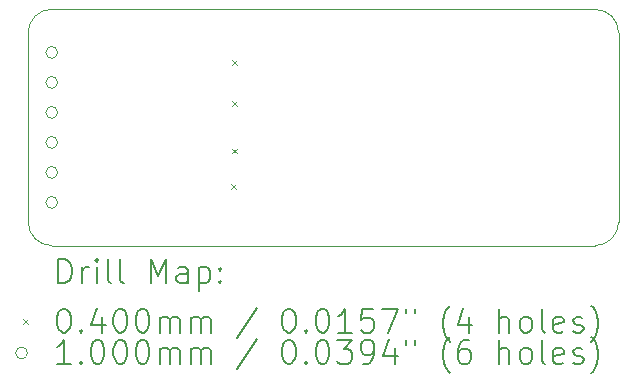
<source format=gbr>
%TF.GenerationSoftware,KiCad,Pcbnew,7.0.7*%
%TF.CreationDate,2023-09-05T11:40:54+02:00*%
%TF.ProjectId,tle5010-11_pcb,746c6535-3031-4302-9d31-315f7063622e,rev?*%
%TF.SameCoordinates,Original*%
%TF.FileFunction,Drillmap*%
%TF.FilePolarity,Positive*%
%FSLAX45Y45*%
G04 Gerber Fmt 4.5, Leading zero omitted, Abs format (unit mm)*
G04 Created by KiCad (PCBNEW 7.0.7) date 2023-09-05 11:40:54*
%MOMM*%
%LPD*%
G01*
G04 APERTURE LIST*
%ADD10C,0.100000*%
%ADD11C,0.200000*%
%ADD12C,0.040000*%
G04 APERTURE END LIST*
D10*
X3000000Y-3800000D02*
G75*
G03*
X3200000Y-4000000I200000J0D01*
G01*
X8000000Y-3800000D02*
X8000000Y-2200000D01*
X3200000Y-2000000D02*
G75*
G03*
X3000000Y-2200000I0J-200000D01*
G01*
X7800000Y-2000000D02*
X3200000Y-2000000D01*
X7800000Y-4000000D02*
G75*
G03*
X8000000Y-3800000I0J200000D01*
G01*
X8000000Y-2200000D02*
G75*
G03*
X7800000Y-2000000I-200000J0D01*
G01*
X3200000Y-4000000D02*
X7800000Y-4000000D01*
X3000000Y-2200000D02*
X3000000Y-3800000D01*
D11*
D12*
X4720000Y-3480000D02*
X4760000Y-3520000D01*
X4760000Y-3480000D02*
X4720000Y-3520000D01*
X4730000Y-2430000D02*
X4770000Y-2470000D01*
X4770000Y-2430000D02*
X4730000Y-2470000D01*
X4730000Y-2780000D02*
X4770000Y-2820000D01*
X4770000Y-2780000D02*
X4730000Y-2820000D01*
X4730000Y-3180000D02*
X4770000Y-3220000D01*
X4770000Y-3180000D02*
X4730000Y-3220000D01*
D10*
X3250000Y-2365000D02*
G75*
G03*
X3250000Y-2365000I-50000J0D01*
G01*
X3250000Y-2619000D02*
G75*
G03*
X3250000Y-2619000I-50000J0D01*
G01*
X3250000Y-2873000D02*
G75*
G03*
X3250000Y-2873000I-50000J0D01*
G01*
X3250000Y-3127000D02*
G75*
G03*
X3250000Y-3127000I-50000J0D01*
G01*
X3250000Y-3381000D02*
G75*
G03*
X3250000Y-3381000I-50000J0D01*
G01*
X3250000Y-3635000D02*
G75*
G03*
X3250000Y-3635000I-50000J0D01*
G01*
D11*
X3255777Y-4316484D02*
X3255777Y-4116484D01*
X3255777Y-4116484D02*
X3303396Y-4116484D01*
X3303396Y-4116484D02*
X3331967Y-4126008D01*
X3331967Y-4126008D02*
X3351015Y-4145055D01*
X3351015Y-4145055D02*
X3360539Y-4164103D01*
X3360539Y-4164103D02*
X3370062Y-4202198D01*
X3370062Y-4202198D02*
X3370062Y-4230770D01*
X3370062Y-4230770D02*
X3360539Y-4268865D01*
X3360539Y-4268865D02*
X3351015Y-4287912D01*
X3351015Y-4287912D02*
X3331967Y-4306960D01*
X3331967Y-4306960D02*
X3303396Y-4316484D01*
X3303396Y-4316484D02*
X3255777Y-4316484D01*
X3455777Y-4316484D02*
X3455777Y-4183150D01*
X3455777Y-4221246D02*
X3465301Y-4202198D01*
X3465301Y-4202198D02*
X3474824Y-4192674D01*
X3474824Y-4192674D02*
X3493872Y-4183150D01*
X3493872Y-4183150D02*
X3512920Y-4183150D01*
X3579586Y-4316484D02*
X3579586Y-4183150D01*
X3579586Y-4116484D02*
X3570062Y-4126008D01*
X3570062Y-4126008D02*
X3579586Y-4135531D01*
X3579586Y-4135531D02*
X3589110Y-4126008D01*
X3589110Y-4126008D02*
X3579586Y-4116484D01*
X3579586Y-4116484D02*
X3579586Y-4135531D01*
X3703396Y-4316484D02*
X3684348Y-4306960D01*
X3684348Y-4306960D02*
X3674824Y-4287912D01*
X3674824Y-4287912D02*
X3674824Y-4116484D01*
X3808158Y-4316484D02*
X3789110Y-4306960D01*
X3789110Y-4306960D02*
X3779586Y-4287912D01*
X3779586Y-4287912D02*
X3779586Y-4116484D01*
X4036729Y-4316484D02*
X4036729Y-4116484D01*
X4036729Y-4116484D02*
X4103396Y-4259341D01*
X4103396Y-4259341D02*
X4170062Y-4116484D01*
X4170062Y-4116484D02*
X4170062Y-4316484D01*
X4351015Y-4316484D02*
X4351015Y-4211722D01*
X4351015Y-4211722D02*
X4341491Y-4192674D01*
X4341491Y-4192674D02*
X4322444Y-4183150D01*
X4322444Y-4183150D02*
X4284348Y-4183150D01*
X4284348Y-4183150D02*
X4265301Y-4192674D01*
X4351015Y-4306960D02*
X4331967Y-4316484D01*
X4331967Y-4316484D02*
X4284348Y-4316484D01*
X4284348Y-4316484D02*
X4265301Y-4306960D01*
X4265301Y-4306960D02*
X4255777Y-4287912D01*
X4255777Y-4287912D02*
X4255777Y-4268865D01*
X4255777Y-4268865D02*
X4265301Y-4249817D01*
X4265301Y-4249817D02*
X4284348Y-4240293D01*
X4284348Y-4240293D02*
X4331967Y-4240293D01*
X4331967Y-4240293D02*
X4351015Y-4230770D01*
X4446253Y-4183150D02*
X4446253Y-4383150D01*
X4446253Y-4192674D02*
X4465301Y-4183150D01*
X4465301Y-4183150D02*
X4503396Y-4183150D01*
X4503396Y-4183150D02*
X4522444Y-4192674D01*
X4522444Y-4192674D02*
X4531967Y-4202198D01*
X4531967Y-4202198D02*
X4541491Y-4221246D01*
X4541491Y-4221246D02*
X4541491Y-4278389D01*
X4541491Y-4278389D02*
X4531967Y-4297436D01*
X4531967Y-4297436D02*
X4522444Y-4306960D01*
X4522444Y-4306960D02*
X4503396Y-4316484D01*
X4503396Y-4316484D02*
X4465301Y-4316484D01*
X4465301Y-4316484D02*
X4446253Y-4306960D01*
X4627205Y-4297436D02*
X4636729Y-4306960D01*
X4636729Y-4306960D02*
X4627205Y-4316484D01*
X4627205Y-4316484D02*
X4617682Y-4306960D01*
X4617682Y-4306960D02*
X4627205Y-4297436D01*
X4627205Y-4297436D02*
X4627205Y-4316484D01*
X4627205Y-4192674D02*
X4636729Y-4202198D01*
X4636729Y-4202198D02*
X4627205Y-4211722D01*
X4627205Y-4211722D02*
X4617682Y-4202198D01*
X4617682Y-4202198D02*
X4627205Y-4192674D01*
X4627205Y-4192674D02*
X4627205Y-4211722D01*
D12*
X2955000Y-4625000D02*
X2995000Y-4665000D01*
X2995000Y-4625000D02*
X2955000Y-4665000D01*
D11*
X3293872Y-4536484D02*
X3312920Y-4536484D01*
X3312920Y-4536484D02*
X3331967Y-4546008D01*
X3331967Y-4546008D02*
X3341491Y-4555531D01*
X3341491Y-4555531D02*
X3351015Y-4574579D01*
X3351015Y-4574579D02*
X3360539Y-4612674D01*
X3360539Y-4612674D02*
X3360539Y-4660293D01*
X3360539Y-4660293D02*
X3351015Y-4698389D01*
X3351015Y-4698389D02*
X3341491Y-4717436D01*
X3341491Y-4717436D02*
X3331967Y-4726960D01*
X3331967Y-4726960D02*
X3312920Y-4736484D01*
X3312920Y-4736484D02*
X3293872Y-4736484D01*
X3293872Y-4736484D02*
X3274824Y-4726960D01*
X3274824Y-4726960D02*
X3265301Y-4717436D01*
X3265301Y-4717436D02*
X3255777Y-4698389D01*
X3255777Y-4698389D02*
X3246253Y-4660293D01*
X3246253Y-4660293D02*
X3246253Y-4612674D01*
X3246253Y-4612674D02*
X3255777Y-4574579D01*
X3255777Y-4574579D02*
X3265301Y-4555531D01*
X3265301Y-4555531D02*
X3274824Y-4546008D01*
X3274824Y-4546008D02*
X3293872Y-4536484D01*
X3446253Y-4717436D02*
X3455777Y-4726960D01*
X3455777Y-4726960D02*
X3446253Y-4736484D01*
X3446253Y-4736484D02*
X3436729Y-4726960D01*
X3436729Y-4726960D02*
X3446253Y-4717436D01*
X3446253Y-4717436D02*
X3446253Y-4736484D01*
X3627205Y-4603150D02*
X3627205Y-4736484D01*
X3579586Y-4526960D02*
X3531967Y-4669817D01*
X3531967Y-4669817D02*
X3655777Y-4669817D01*
X3770062Y-4536484D02*
X3789110Y-4536484D01*
X3789110Y-4536484D02*
X3808158Y-4546008D01*
X3808158Y-4546008D02*
X3817682Y-4555531D01*
X3817682Y-4555531D02*
X3827205Y-4574579D01*
X3827205Y-4574579D02*
X3836729Y-4612674D01*
X3836729Y-4612674D02*
X3836729Y-4660293D01*
X3836729Y-4660293D02*
X3827205Y-4698389D01*
X3827205Y-4698389D02*
X3817682Y-4717436D01*
X3817682Y-4717436D02*
X3808158Y-4726960D01*
X3808158Y-4726960D02*
X3789110Y-4736484D01*
X3789110Y-4736484D02*
X3770062Y-4736484D01*
X3770062Y-4736484D02*
X3751015Y-4726960D01*
X3751015Y-4726960D02*
X3741491Y-4717436D01*
X3741491Y-4717436D02*
X3731967Y-4698389D01*
X3731967Y-4698389D02*
X3722443Y-4660293D01*
X3722443Y-4660293D02*
X3722443Y-4612674D01*
X3722443Y-4612674D02*
X3731967Y-4574579D01*
X3731967Y-4574579D02*
X3741491Y-4555531D01*
X3741491Y-4555531D02*
X3751015Y-4546008D01*
X3751015Y-4546008D02*
X3770062Y-4536484D01*
X3960539Y-4536484D02*
X3979586Y-4536484D01*
X3979586Y-4536484D02*
X3998634Y-4546008D01*
X3998634Y-4546008D02*
X4008158Y-4555531D01*
X4008158Y-4555531D02*
X4017682Y-4574579D01*
X4017682Y-4574579D02*
X4027205Y-4612674D01*
X4027205Y-4612674D02*
X4027205Y-4660293D01*
X4027205Y-4660293D02*
X4017682Y-4698389D01*
X4017682Y-4698389D02*
X4008158Y-4717436D01*
X4008158Y-4717436D02*
X3998634Y-4726960D01*
X3998634Y-4726960D02*
X3979586Y-4736484D01*
X3979586Y-4736484D02*
X3960539Y-4736484D01*
X3960539Y-4736484D02*
X3941491Y-4726960D01*
X3941491Y-4726960D02*
X3931967Y-4717436D01*
X3931967Y-4717436D02*
X3922443Y-4698389D01*
X3922443Y-4698389D02*
X3912920Y-4660293D01*
X3912920Y-4660293D02*
X3912920Y-4612674D01*
X3912920Y-4612674D02*
X3922443Y-4574579D01*
X3922443Y-4574579D02*
X3931967Y-4555531D01*
X3931967Y-4555531D02*
X3941491Y-4546008D01*
X3941491Y-4546008D02*
X3960539Y-4536484D01*
X4112920Y-4736484D02*
X4112920Y-4603150D01*
X4112920Y-4622198D02*
X4122443Y-4612674D01*
X4122443Y-4612674D02*
X4141491Y-4603150D01*
X4141491Y-4603150D02*
X4170063Y-4603150D01*
X4170063Y-4603150D02*
X4189110Y-4612674D01*
X4189110Y-4612674D02*
X4198634Y-4631722D01*
X4198634Y-4631722D02*
X4198634Y-4736484D01*
X4198634Y-4631722D02*
X4208158Y-4612674D01*
X4208158Y-4612674D02*
X4227205Y-4603150D01*
X4227205Y-4603150D02*
X4255777Y-4603150D01*
X4255777Y-4603150D02*
X4274825Y-4612674D01*
X4274825Y-4612674D02*
X4284348Y-4631722D01*
X4284348Y-4631722D02*
X4284348Y-4736484D01*
X4379586Y-4736484D02*
X4379586Y-4603150D01*
X4379586Y-4622198D02*
X4389110Y-4612674D01*
X4389110Y-4612674D02*
X4408158Y-4603150D01*
X4408158Y-4603150D02*
X4436729Y-4603150D01*
X4436729Y-4603150D02*
X4455777Y-4612674D01*
X4455777Y-4612674D02*
X4465301Y-4631722D01*
X4465301Y-4631722D02*
X4465301Y-4736484D01*
X4465301Y-4631722D02*
X4474825Y-4612674D01*
X4474825Y-4612674D02*
X4493872Y-4603150D01*
X4493872Y-4603150D02*
X4522444Y-4603150D01*
X4522444Y-4603150D02*
X4541491Y-4612674D01*
X4541491Y-4612674D02*
X4551015Y-4631722D01*
X4551015Y-4631722D02*
X4551015Y-4736484D01*
X4941491Y-4526960D02*
X4770063Y-4784103D01*
X5198634Y-4536484D02*
X5217682Y-4536484D01*
X5217682Y-4536484D02*
X5236729Y-4546008D01*
X5236729Y-4546008D02*
X5246253Y-4555531D01*
X5246253Y-4555531D02*
X5255777Y-4574579D01*
X5255777Y-4574579D02*
X5265301Y-4612674D01*
X5265301Y-4612674D02*
X5265301Y-4660293D01*
X5265301Y-4660293D02*
X5255777Y-4698389D01*
X5255777Y-4698389D02*
X5246253Y-4717436D01*
X5246253Y-4717436D02*
X5236729Y-4726960D01*
X5236729Y-4726960D02*
X5217682Y-4736484D01*
X5217682Y-4736484D02*
X5198634Y-4736484D01*
X5198634Y-4736484D02*
X5179587Y-4726960D01*
X5179587Y-4726960D02*
X5170063Y-4717436D01*
X5170063Y-4717436D02*
X5160539Y-4698389D01*
X5160539Y-4698389D02*
X5151015Y-4660293D01*
X5151015Y-4660293D02*
X5151015Y-4612674D01*
X5151015Y-4612674D02*
X5160539Y-4574579D01*
X5160539Y-4574579D02*
X5170063Y-4555531D01*
X5170063Y-4555531D02*
X5179587Y-4546008D01*
X5179587Y-4546008D02*
X5198634Y-4536484D01*
X5351015Y-4717436D02*
X5360539Y-4726960D01*
X5360539Y-4726960D02*
X5351015Y-4736484D01*
X5351015Y-4736484D02*
X5341491Y-4726960D01*
X5341491Y-4726960D02*
X5351015Y-4717436D01*
X5351015Y-4717436D02*
X5351015Y-4736484D01*
X5484348Y-4536484D02*
X5503396Y-4536484D01*
X5503396Y-4536484D02*
X5522444Y-4546008D01*
X5522444Y-4546008D02*
X5531968Y-4555531D01*
X5531968Y-4555531D02*
X5541491Y-4574579D01*
X5541491Y-4574579D02*
X5551015Y-4612674D01*
X5551015Y-4612674D02*
X5551015Y-4660293D01*
X5551015Y-4660293D02*
X5541491Y-4698389D01*
X5541491Y-4698389D02*
X5531968Y-4717436D01*
X5531968Y-4717436D02*
X5522444Y-4726960D01*
X5522444Y-4726960D02*
X5503396Y-4736484D01*
X5503396Y-4736484D02*
X5484348Y-4736484D01*
X5484348Y-4736484D02*
X5465301Y-4726960D01*
X5465301Y-4726960D02*
X5455777Y-4717436D01*
X5455777Y-4717436D02*
X5446253Y-4698389D01*
X5446253Y-4698389D02*
X5436729Y-4660293D01*
X5436729Y-4660293D02*
X5436729Y-4612674D01*
X5436729Y-4612674D02*
X5446253Y-4574579D01*
X5446253Y-4574579D02*
X5455777Y-4555531D01*
X5455777Y-4555531D02*
X5465301Y-4546008D01*
X5465301Y-4546008D02*
X5484348Y-4536484D01*
X5741491Y-4736484D02*
X5627206Y-4736484D01*
X5684348Y-4736484D02*
X5684348Y-4536484D01*
X5684348Y-4536484D02*
X5665301Y-4565055D01*
X5665301Y-4565055D02*
X5646253Y-4584103D01*
X5646253Y-4584103D02*
X5627206Y-4593627D01*
X5922444Y-4536484D02*
X5827206Y-4536484D01*
X5827206Y-4536484D02*
X5817682Y-4631722D01*
X5817682Y-4631722D02*
X5827206Y-4622198D01*
X5827206Y-4622198D02*
X5846253Y-4612674D01*
X5846253Y-4612674D02*
X5893872Y-4612674D01*
X5893872Y-4612674D02*
X5912920Y-4622198D01*
X5912920Y-4622198D02*
X5922444Y-4631722D01*
X5922444Y-4631722D02*
X5931967Y-4650770D01*
X5931967Y-4650770D02*
X5931967Y-4698389D01*
X5931967Y-4698389D02*
X5922444Y-4717436D01*
X5922444Y-4717436D02*
X5912920Y-4726960D01*
X5912920Y-4726960D02*
X5893872Y-4736484D01*
X5893872Y-4736484D02*
X5846253Y-4736484D01*
X5846253Y-4736484D02*
X5827206Y-4726960D01*
X5827206Y-4726960D02*
X5817682Y-4717436D01*
X5998634Y-4536484D02*
X6131967Y-4536484D01*
X6131967Y-4536484D02*
X6046253Y-4736484D01*
X6198634Y-4536484D02*
X6198634Y-4574579D01*
X6274825Y-4536484D02*
X6274825Y-4574579D01*
X6570063Y-4812674D02*
X6560539Y-4803150D01*
X6560539Y-4803150D02*
X6541491Y-4774579D01*
X6541491Y-4774579D02*
X6531968Y-4755531D01*
X6531968Y-4755531D02*
X6522444Y-4726960D01*
X6522444Y-4726960D02*
X6512920Y-4679341D01*
X6512920Y-4679341D02*
X6512920Y-4641246D01*
X6512920Y-4641246D02*
X6522444Y-4593627D01*
X6522444Y-4593627D02*
X6531968Y-4565055D01*
X6531968Y-4565055D02*
X6541491Y-4546008D01*
X6541491Y-4546008D02*
X6560539Y-4517436D01*
X6560539Y-4517436D02*
X6570063Y-4507912D01*
X6731968Y-4603150D02*
X6731968Y-4736484D01*
X6684348Y-4526960D02*
X6636729Y-4669817D01*
X6636729Y-4669817D02*
X6760539Y-4669817D01*
X6989110Y-4736484D02*
X6989110Y-4536484D01*
X7074825Y-4736484D02*
X7074825Y-4631722D01*
X7074825Y-4631722D02*
X7065301Y-4612674D01*
X7065301Y-4612674D02*
X7046253Y-4603150D01*
X7046253Y-4603150D02*
X7017682Y-4603150D01*
X7017682Y-4603150D02*
X6998634Y-4612674D01*
X6998634Y-4612674D02*
X6989110Y-4622198D01*
X7198634Y-4736484D02*
X7179587Y-4726960D01*
X7179587Y-4726960D02*
X7170063Y-4717436D01*
X7170063Y-4717436D02*
X7160539Y-4698389D01*
X7160539Y-4698389D02*
X7160539Y-4641246D01*
X7160539Y-4641246D02*
X7170063Y-4622198D01*
X7170063Y-4622198D02*
X7179587Y-4612674D01*
X7179587Y-4612674D02*
X7198634Y-4603150D01*
X7198634Y-4603150D02*
X7227206Y-4603150D01*
X7227206Y-4603150D02*
X7246253Y-4612674D01*
X7246253Y-4612674D02*
X7255777Y-4622198D01*
X7255777Y-4622198D02*
X7265301Y-4641246D01*
X7265301Y-4641246D02*
X7265301Y-4698389D01*
X7265301Y-4698389D02*
X7255777Y-4717436D01*
X7255777Y-4717436D02*
X7246253Y-4726960D01*
X7246253Y-4726960D02*
X7227206Y-4736484D01*
X7227206Y-4736484D02*
X7198634Y-4736484D01*
X7379587Y-4736484D02*
X7360539Y-4726960D01*
X7360539Y-4726960D02*
X7351015Y-4707912D01*
X7351015Y-4707912D02*
X7351015Y-4536484D01*
X7531968Y-4726960D02*
X7512920Y-4736484D01*
X7512920Y-4736484D02*
X7474825Y-4736484D01*
X7474825Y-4736484D02*
X7455777Y-4726960D01*
X7455777Y-4726960D02*
X7446253Y-4707912D01*
X7446253Y-4707912D02*
X7446253Y-4631722D01*
X7446253Y-4631722D02*
X7455777Y-4612674D01*
X7455777Y-4612674D02*
X7474825Y-4603150D01*
X7474825Y-4603150D02*
X7512920Y-4603150D01*
X7512920Y-4603150D02*
X7531968Y-4612674D01*
X7531968Y-4612674D02*
X7541491Y-4631722D01*
X7541491Y-4631722D02*
X7541491Y-4650770D01*
X7541491Y-4650770D02*
X7446253Y-4669817D01*
X7617682Y-4726960D02*
X7636730Y-4736484D01*
X7636730Y-4736484D02*
X7674825Y-4736484D01*
X7674825Y-4736484D02*
X7693872Y-4726960D01*
X7693872Y-4726960D02*
X7703396Y-4707912D01*
X7703396Y-4707912D02*
X7703396Y-4698389D01*
X7703396Y-4698389D02*
X7693872Y-4679341D01*
X7693872Y-4679341D02*
X7674825Y-4669817D01*
X7674825Y-4669817D02*
X7646253Y-4669817D01*
X7646253Y-4669817D02*
X7627206Y-4660293D01*
X7627206Y-4660293D02*
X7617682Y-4641246D01*
X7617682Y-4641246D02*
X7617682Y-4631722D01*
X7617682Y-4631722D02*
X7627206Y-4612674D01*
X7627206Y-4612674D02*
X7646253Y-4603150D01*
X7646253Y-4603150D02*
X7674825Y-4603150D01*
X7674825Y-4603150D02*
X7693872Y-4612674D01*
X7770063Y-4812674D02*
X7779587Y-4803150D01*
X7779587Y-4803150D02*
X7798634Y-4774579D01*
X7798634Y-4774579D02*
X7808158Y-4755531D01*
X7808158Y-4755531D02*
X7817682Y-4726960D01*
X7817682Y-4726960D02*
X7827206Y-4679341D01*
X7827206Y-4679341D02*
X7827206Y-4641246D01*
X7827206Y-4641246D02*
X7817682Y-4593627D01*
X7817682Y-4593627D02*
X7808158Y-4565055D01*
X7808158Y-4565055D02*
X7798634Y-4546008D01*
X7798634Y-4546008D02*
X7779587Y-4517436D01*
X7779587Y-4517436D02*
X7770063Y-4507912D01*
D10*
X2995000Y-4909000D02*
G75*
G03*
X2995000Y-4909000I-50000J0D01*
G01*
D11*
X3360539Y-5000484D02*
X3246253Y-5000484D01*
X3303396Y-5000484D02*
X3303396Y-4800484D01*
X3303396Y-4800484D02*
X3284348Y-4829055D01*
X3284348Y-4829055D02*
X3265301Y-4848103D01*
X3265301Y-4848103D02*
X3246253Y-4857627D01*
X3446253Y-4981436D02*
X3455777Y-4990960D01*
X3455777Y-4990960D02*
X3446253Y-5000484D01*
X3446253Y-5000484D02*
X3436729Y-4990960D01*
X3436729Y-4990960D02*
X3446253Y-4981436D01*
X3446253Y-4981436D02*
X3446253Y-5000484D01*
X3579586Y-4800484D02*
X3598634Y-4800484D01*
X3598634Y-4800484D02*
X3617682Y-4810008D01*
X3617682Y-4810008D02*
X3627205Y-4819531D01*
X3627205Y-4819531D02*
X3636729Y-4838579D01*
X3636729Y-4838579D02*
X3646253Y-4876674D01*
X3646253Y-4876674D02*
X3646253Y-4924293D01*
X3646253Y-4924293D02*
X3636729Y-4962389D01*
X3636729Y-4962389D02*
X3627205Y-4981436D01*
X3627205Y-4981436D02*
X3617682Y-4990960D01*
X3617682Y-4990960D02*
X3598634Y-5000484D01*
X3598634Y-5000484D02*
X3579586Y-5000484D01*
X3579586Y-5000484D02*
X3560539Y-4990960D01*
X3560539Y-4990960D02*
X3551015Y-4981436D01*
X3551015Y-4981436D02*
X3541491Y-4962389D01*
X3541491Y-4962389D02*
X3531967Y-4924293D01*
X3531967Y-4924293D02*
X3531967Y-4876674D01*
X3531967Y-4876674D02*
X3541491Y-4838579D01*
X3541491Y-4838579D02*
X3551015Y-4819531D01*
X3551015Y-4819531D02*
X3560539Y-4810008D01*
X3560539Y-4810008D02*
X3579586Y-4800484D01*
X3770062Y-4800484D02*
X3789110Y-4800484D01*
X3789110Y-4800484D02*
X3808158Y-4810008D01*
X3808158Y-4810008D02*
X3817682Y-4819531D01*
X3817682Y-4819531D02*
X3827205Y-4838579D01*
X3827205Y-4838579D02*
X3836729Y-4876674D01*
X3836729Y-4876674D02*
X3836729Y-4924293D01*
X3836729Y-4924293D02*
X3827205Y-4962389D01*
X3827205Y-4962389D02*
X3817682Y-4981436D01*
X3817682Y-4981436D02*
X3808158Y-4990960D01*
X3808158Y-4990960D02*
X3789110Y-5000484D01*
X3789110Y-5000484D02*
X3770062Y-5000484D01*
X3770062Y-5000484D02*
X3751015Y-4990960D01*
X3751015Y-4990960D02*
X3741491Y-4981436D01*
X3741491Y-4981436D02*
X3731967Y-4962389D01*
X3731967Y-4962389D02*
X3722443Y-4924293D01*
X3722443Y-4924293D02*
X3722443Y-4876674D01*
X3722443Y-4876674D02*
X3731967Y-4838579D01*
X3731967Y-4838579D02*
X3741491Y-4819531D01*
X3741491Y-4819531D02*
X3751015Y-4810008D01*
X3751015Y-4810008D02*
X3770062Y-4800484D01*
X3960539Y-4800484D02*
X3979586Y-4800484D01*
X3979586Y-4800484D02*
X3998634Y-4810008D01*
X3998634Y-4810008D02*
X4008158Y-4819531D01*
X4008158Y-4819531D02*
X4017682Y-4838579D01*
X4017682Y-4838579D02*
X4027205Y-4876674D01*
X4027205Y-4876674D02*
X4027205Y-4924293D01*
X4027205Y-4924293D02*
X4017682Y-4962389D01*
X4017682Y-4962389D02*
X4008158Y-4981436D01*
X4008158Y-4981436D02*
X3998634Y-4990960D01*
X3998634Y-4990960D02*
X3979586Y-5000484D01*
X3979586Y-5000484D02*
X3960539Y-5000484D01*
X3960539Y-5000484D02*
X3941491Y-4990960D01*
X3941491Y-4990960D02*
X3931967Y-4981436D01*
X3931967Y-4981436D02*
X3922443Y-4962389D01*
X3922443Y-4962389D02*
X3912920Y-4924293D01*
X3912920Y-4924293D02*
X3912920Y-4876674D01*
X3912920Y-4876674D02*
X3922443Y-4838579D01*
X3922443Y-4838579D02*
X3931967Y-4819531D01*
X3931967Y-4819531D02*
X3941491Y-4810008D01*
X3941491Y-4810008D02*
X3960539Y-4800484D01*
X4112920Y-5000484D02*
X4112920Y-4867150D01*
X4112920Y-4886198D02*
X4122443Y-4876674D01*
X4122443Y-4876674D02*
X4141491Y-4867150D01*
X4141491Y-4867150D02*
X4170063Y-4867150D01*
X4170063Y-4867150D02*
X4189110Y-4876674D01*
X4189110Y-4876674D02*
X4198634Y-4895722D01*
X4198634Y-4895722D02*
X4198634Y-5000484D01*
X4198634Y-4895722D02*
X4208158Y-4876674D01*
X4208158Y-4876674D02*
X4227205Y-4867150D01*
X4227205Y-4867150D02*
X4255777Y-4867150D01*
X4255777Y-4867150D02*
X4274825Y-4876674D01*
X4274825Y-4876674D02*
X4284348Y-4895722D01*
X4284348Y-4895722D02*
X4284348Y-5000484D01*
X4379586Y-5000484D02*
X4379586Y-4867150D01*
X4379586Y-4886198D02*
X4389110Y-4876674D01*
X4389110Y-4876674D02*
X4408158Y-4867150D01*
X4408158Y-4867150D02*
X4436729Y-4867150D01*
X4436729Y-4867150D02*
X4455777Y-4876674D01*
X4455777Y-4876674D02*
X4465301Y-4895722D01*
X4465301Y-4895722D02*
X4465301Y-5000484D01*
X4465301Y-4895722D02*
X4474825Y-4876674D01*
X4474825Y-4876674D02*
X4493872Y-4867150D01*
X4493872Y-4867150D02*
X4522444Y-4867150D01*
X4522444Y-4867150D02*
X4541491Y-4876674D01*
X4541491Y-4876674D02*
X4551015Y-4895722D01*
X4551015Y-4895722D02*
X4551015Y-5000484D01*
X4941491Y-4790960D02*
X4770063Y-5048103D01*
X5198634Y-4800484D02*
X5217682Y-4800484D01*
X5217682Y-4800484D02*
X5236729Y-4810008D01*
X5236729Y-4810008D02*
X5246253Y-4819531D01*
X5246253Y-4819531D02*
X5255777Y-4838579D01*
X5255777Y-4838579D02*
X5265301Y-4876674D01*
X5265301Y-4876674D02*
X5265301Y-4924293D01*
X5265301Y-4924293D02*
X5255777Y-4962389D01*
X5255777Y-4962389D02*
X5246253Y-4981436D01*
X5246253Y-4981436D02*
X5236729Y-4990960D01*
X5236729Y-4990960D02*
X5217682Y-5000484D01*
X5217682Y-5000484D02*
X5198634Y-5000484D01*
X5198634Y-5000484D02*
X5179587Y-4990960D01*
X5179587Y-4990960D02*
X5170063Y-4981436D01*
X5170063Y-4981436D02*
X5160539Y-4962389D01*
X5160539Y-4962389D02*
X5151015Y-4924293D01*
X5151015Y-4924293D02*
X5151015Y-4876674D01*
X5151015Y-4876674D02*
X5160539Y-4838579D01*
X5160539Y-4838579D02*
X5170063Y-4819531D01*
X5170063Y-4819531D02*
X5179587Y-4810008D01*
X5179587Y-4810008D02*
X5198634Y-4800484D01*
X5351015Y-4981436D02*
X5360539Y-4990960D01*
X5360539Y-4990960D02*
X5351015Y-5000484D01*
X5351015Y-5000484D02*
X5341491Y-4990960D01*
X5341491Y-4990960D02*
X5351015Y-4981436D01*
X5351015Y-4981436D02*
X5351015Y-5000484D01*
X5484348Y-4800484D02*
X5503396Y-4800484D01*
X5503396Y-4800484D02*
X5522444Y-4810008D01*
X5522444Y-4810008D02*
X5531968Y-4819531D01*
X5531968Y-4819531D02*
X5541491Y-4838579D01*
X5541491Y-4838579D02*
X5551015Y-4876674D01*
X5551015Y-4876674D02*
X5551015Y-4924293D01*
X5551015Y-4924293D02*
X5541491Y-4962389D01*
X5541491Y-4962389D02*
X5531968Y-4981436D01*
X5531968Y-4981436D02*
X5522444Y-4990960D01*
X5522444Y-4990960D02*
X5503396Y-5000484D01*
X5503396Y-5000484D02*
X5484348Y-5000484D01*
X5484348Y-5000484D02*
X5465301Y-4990960D01*
X5465301Y-4990960D02*
X5455777Y-4981436D01*
X5455777Y-4981436D02*
X5446253Y-4962389D01*
X5446253Y-4962389D02*
X5436729Y-4924293D01*
X5436729Y-4924293D02*
X5436729Y-4876674D01*
X5436729Y-4876674D02*
X5446253Y-4838579D01*
X5446253Y-4838579D02*
X5455777Y-4819531D01*
X5455777Y-4819531D02*
X5465301Y-4810008D01*
X5465301Y-4810008D02*
X5484348Y-4800484D01*
X5617682Y-4800484D02*
X5741491Y-4800484D01*
X5741491Y-4800484D02*
X5674825Y-4876674D01*
X5674825Y-4876674D02*
X5703396Y-4876674D01*
X5703396Y-4876674D02*
X5722444Y-4886198D01*
X5722444Y-4886198D02*
X5731967Y-4895722D01*
X5731967Y-4895722D02*
X5741491Y-4914770D01*
X5741491Y-4914770D02*
X5741491Y-4962389D01*
X5741491Y-4962389D02*
X5731967Y-4981436D01*
X5731967Y-4981436D02*
X5722444Y-4990960D01*
X5722444Y-4990960D02*
X5703396Y-5000484D01*
X5703396Y-5000484D02*
X5646253Y-5000484D01*
X5646253Y-5000484D02*
X5627206Y-4990960D01*
X5627206Y-4990960D02*
X5617682Y-4981436D01*
X5836729Y-5000484D02*
X5874825Y-5000484D01*
X5874825Y-5000484D02*
X5893872Y-4990960D01*
X5893872Y-4990960D02*
X5903396Y-4981436D01*
X5903396Y-4981436D02*
X5922444Y-4952865D01*
X5922444Y-4952865D02*
X5931967Y-4914770D01*
X5931967Y-4914770D02*
X5931967Y-4838579D01*
X5931967Y-4838579D02*
X5922444Y-4819531D01*
X5922444Y-4819531D02*
X5912920Y-4810008D01*
X5912920Y-4810008D02*
X5893872Y-4800484D01*
X5893872Y-4800484D02*
X5855777Y-4800484D01*
X5855777Y-4800484D02*
X5836729Y-4810008D01*
X5836729Y-4810008D02*
X5827206Y-4819531D01*
X5827206Y-4819531D02*
X5817682Y-4838579D01*
X5817682Y-4838579D02*
X5817682Y-4886198D01*
X5817682Y-4886198D02*
X5827206Y-4905246D01*
X5827206Y-4905246D02*
X5836729Y-4914770D01*
X5836729Y-4914770D02*
X5855777Y-4924293D01*
X5855777Y-4924293D02*
X5893872Y-4924293D01*
X5893872Y-4924293D02*
X5912920Y-4914770D01*
X5912920Y-4914770D02*
X5922444Y-4905246D01*
X5922444Y-4905246D02*
X5931967Y-4886198D01*
X6103396Y-4867150D02*
X6103396Y-5000484D01*
X6055777Y-4790960D02*
X6008158Y-4933817D01*
X6008158Y-4933817D02*
X6131967Y-4933817D01*
X6198634Y-4800484D02*
X6198634Y-4838579D01*
X6274825Y-4800484D02*
X6274825Y-4838579D01*
X6570063Y-5076674D02*
X6560539Y-5067150D01*
X6560539Y-5067150D02*
X6541491Y-5038579D01*
X6541491Y-5038579D02*
X6531968Y-5019531D01*
X6531968Y-5019531D02*
X6522444Y-4990960D01*
X6522444Y-4990960D02*
X6512920Y-4943341D01*
X6512920Y-4943341D02*
X6512920Y-4905246D01*
X6512920Y-4905246D02*
X6522444Y-4857627D01*
X6522444Y-4857627D02*
X6531968Y-4829055D01*
X6531968Y-4829055D02*
X6541491Y-4810008D01*
X6541491Y-4810008D02*
X6560539Y-4781436D01*
X6560539Y-4781436D02*
X6570063Y-4771912D01*
X6731968Y-4800484D02*
X6693872Y-4800484D01*
X6693872Y-4800484D02*
X6674825Y-4810008D01*
X6674825Y-4810008D02*
X6665301Y-4819531D01*
X6665301Y-4819531D02*
X6646253Y-4848103D01*
X6646253Y-4848103D02*
X6636729Y-4886198D01*
X6636729Y-4886198D02*
X6636729Y-4962389D01*
X6636729Y-4962389D02*
X6646253Y-4981436D01*
X6646253Y-4981436D02*
X6655777Y-4990960D01*
X6655777Y-4990960D02*
X6674825Y-5000484D01*
X6674825Y-5000484D02*
X6712920Y-5000484D01*
X6712920Y-5000484D02*
X6731968Y-4990960D01*
X6731968Y-4990960D02*
X6741491Y-4981436D01*
X6741491Y-4981436D02*
X6751015Y-4962389D01*
X6751015Y-4962389D02*
X6751015Y-4914770D01*
X6751015Y-4914770D02*
X6741491Y-4895722D01*
X6741491Y-4895722D02*
X6731968Y-4886198D01*
X6731968Y-4886198D02*
X6712920Y-4876674D01*
X6712920Y-4876674D02*
X6674825Y-4876674D01*
X6674825Y-4876674D02*
X6655777Y-4886198D01*
X6655777Y-4886198D02*
X6646253Y-4895722D01*
X6646253Y-4895722D02*
X6636729Y-4914770D01*
X6989110Y-5000484D02*
X6989110Y-4800484D01*
X7074825Y-5000484D02*
X7074825Y-4895722D01*
X7074825Y-4895722D02*
X7065301Y-4876674D01*
X7065301Y-4876674D02*
X7046253Y-4867150D01*
X7046253Y-4867150D02*
X7017682Y-4867150D01*
X7017682Y-4867150D02*
X6998634Y-4876674D01*
X6998634Y-4876674D02*
X6989110Y-4886198D01*
X7198634Y-5000484D02*
X7179587Y-4990960D01*
X7179587Y-4990960D02*
X7170063Y-4981436D01*
X7170063Y-4981436D02*
X7160539Y-4962389D01*
X7160539Y-4962389D02*
X7160539Y-4905246D01*
X7160539Y-4905246D02*
X7170063Y-4886198D01*
X7170063Y-4886198D02*
X7179587Y-4876674D01*
X7179587Y-4876674D02*
X7198634Y-4867150D01*
X7198634Y-4867150D02*
X7227206Y-4867150D01*
X7227206Y-4867150D02*
X7246253Y-4876674D01*
X7246253Y-4876674D02*
X7255777Y-4886198D01*
X7255777Y-4886198D02*
X7265301Y-4905246D01*
X7265301Y-4905246D02*
X7265301Y-4962389D01*
X7265301Y-4962389D02*
X7255777Y-4981436D01*
X7255777Y-4981436D02*
X7246253Y-4990960D01*
X7246253Y-4990960D02*
X7227206Y-5000484D01*
X7227206Y-5000484D02*
X7198634Y-5000484D01*
X7379587Y-5000484D02*
X7360539Y-4990960D01*
X7360539Y-4990960D02*
X7351015Y-4971912D01*
X7351015Y-4971912D02*
X7351015Y-4800484D01*
X7531968Y-4990960D02*
X7512920Y-5000484D01*
X7512920Y-5000484D02*
X7474825Y-5000484D01*
X7474825Y-5000484D02*
X7455777Y-4990960D01*
X7455777Y-4990960D02*
X7446253Y-4971912D01*
X7446253Y-4971912D02*
X7446253Y-4895722D01*
X7446253Y-4895722D02*
X7455777Y-4876674D01*
X7455777Y-4876674D02*
X7474825Y-4867150D01*
X7474825Y-4867150D02*
X7512920Y-4867150D01*
X7512920Y-4867150D02*
X7531968Y-4876674D01*
X7531968Y-4876674D02*
X7541491Y-4895722D01*
X7541491Y-4895722D02*
X7541491Y-4914770D01*
X7541491Y-4914770D02*
X7446253Y-4933817D01*
X7617682Y-4990960D02*
X7636730Y-5000484D01*
X7636730Y-5000484D02*
X7674825Y-5000484D01*
X7674825Y-5000484D02*
X7693872Y-4990960D01*
X7693872Y-4990960D02*
X7703396Y-4971912D01*
X7703396Y-4971912D02*
X7703396Y-4962389D01*
X7703396Y-4962389D02*
X7693872Y-4943341D01*
X7693872Y-4943341D02*
X7674825Y-4933817D01*
X7674825Y-4933817D02*
X7646253Y-4933817D01*
X7646253Y-4933817D02*
X7627206Y-4924293D01*
X7627206Y-4924293D02*
X7617682Y-4905246D01*
X7617682Y-4905246D02*
X7617682Y-4895722D01*
X7617682Y-4895722D02*
X7627206Y-4876674D01*
X7627206Y-4876674D02*
X7646253Y-4867150D01*
X7646253Y-4867150D02*
X7674825Y-4867150D01*
X7674825Y-4867150D02*
X7693872Y-4876674D01*
X7770063Y-5076674D02*
X7779587Y-5067150D01*
X7779587Y-5067150D02*
X7798634Y-5038579D01*
X7798634Y-5038579D02*
X7808158Y-5019531D01*
X7808158Y-5019531D02*
X7817682Y-4990960D01*
X7817682Y-4990960D02*
X7827206Y-4943341D01*
X7827206Y-4943341D02*
X7827206Y-4905246D01*
X7827206Y-4905246D02*
X7817682Y-4857627D01*
X7817682Y-4857627D02*
X7808158Y-4829055D01*
X7808158Y-4829055D02*
X7798634Y-4810008D01*
X7798634Y-4810008D02*
X7779587Y-4781436D01*
X7779587Y-4781436D02*
X7770063Y-4771912D01*
M02*

</source>
